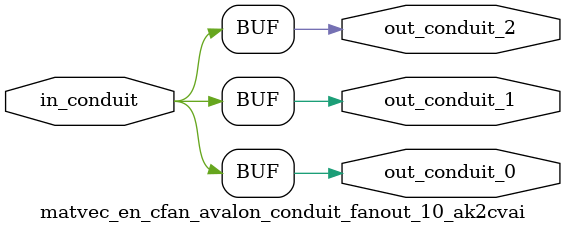
<source format=sv>


 


// --------------------------------------------------------------------------------
//| Avalon Conduit Fan-Out
// --------------------------------------------------------------------------------

// ------------------------------------------
// Generation parameters:
//   output_name:       matvec_en_cfan_avalon_conduit_fanout_10_ak2cvai
//   numFanOut:         3
//   
// ------------------------------------------

module matvec_en_cfan_avalon_conduit_fanout_10_ak2cvai (     

// Interface: out_conduit_0
 output                    out_conduit_0,
// Interface: out_conduit_1
 output                    out_conduit_1,
// Interface: out_conduit_2
 output                    out_conduit_2,

// Interface: in_conduit
 input                   in_conduit

);

   assign  out_conduit_0 = in_conduit;
   assign  out_conduit_1 = in_conduit;
   assign  out_conduit_2 = in_conduit;

endmodule //


</source>
